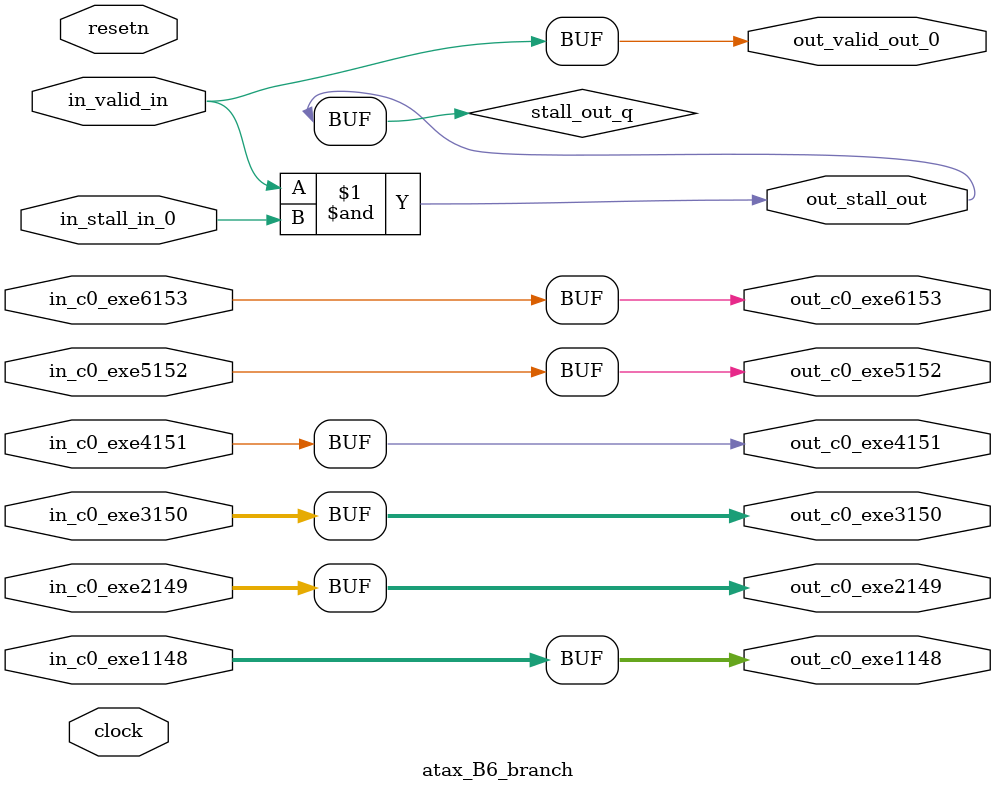
<source format=sv>



(* altera_attribute = "-name AUTO_SHIFT_REGISTER_RECOGNITION OFF; -name MESSAGE_DISABLE 10036; -name MESSAGE_DISABLE 10037; -name MESSAGE_DISABLE 14130; -name MESSAGE_DISABLE 14320; -name MESSAGE_DISABLE 15400; -name MESSAGE_DISABLE 14130; -name MESSAGE_DISABLE 10036; -name MESSAGE_DISABLE 12020; -name MESSAGE_DISABLE 12030; -name MESSAGE_DISABLE 12010; -name MESSAGE_DISABLE 12110; -name MESSAGE_DISABLE 14320; -name MESSAGE_DISABLE 13410; -name MESSAGE_DISABLE 113007; -name MESSAGE_DISABLE 10958" *)
module atax_B6_branch (
    input wire [63:0] in_c0_exe1148,
    input wire [63:0] in_c0_exe2149,
    input wire [31:0] in_c0_exe3150,
    input wire [0:0] in_c0_exe4151,
    input wire [0:0] in_c0_exe5152,
    input wire [0:0] in_c0_exe6153,
    input wire [0:0] in_stall_in_0,
    input wire [0:0] in_valid_in,
    output wire [63:0] out_c0_exe1148,
    output wire [63:0] out_c0_exe2149,
    output wire [31:0] out_c0_exe3150,
    output wire [0:0] out_c0_exe4151,
    output wire [0:0] out_c0_exe5152,
    output wire [0:0] out_c0_exe6153,
    output wire [0:0] out_stall_out,
    output wire [0:0] out_valid_out_0,
    input wire clock,
    input wire resetn
    );

    wire [0:0] stall_out_q;


    // out_c0_exe1148(GPOUT,10)
    assign out_c0_exe1148 = in_c0_exe1148;

    // out_c0_exe2149(GPOUT,11)
    assign out_c0_exe2149 = in_c0_exe2149;

    // out_c0_exe3150(GPOUT,12)
    assign out_c0_exe3150 = in_c0_exe3150;

    // out_c0_exe4151(GPOUT,13)
    assign out_c0_exe4151 = in_c0_exe4151;

    // out_c0_exe5152(GPOUT,14)
    assign out_c0_exe5152 = in_c0_exe5152;

    // out_c0_exe6153(GPOUT,15)
    assign out_c0_exe6153 = in_c0_exe6153;

    // stall_out(LOGICAL,18)
    assign stall_out_q = in_valid_in & in_stall_in_0;

    // out_stall_out(GPOUT,16)
    assign out_stall_out = stall_out_q;

    // out_valid_out_0(GPOUT,17)
    assign out_valid_out_0 = in_valid_in;

endmodule

</source>
